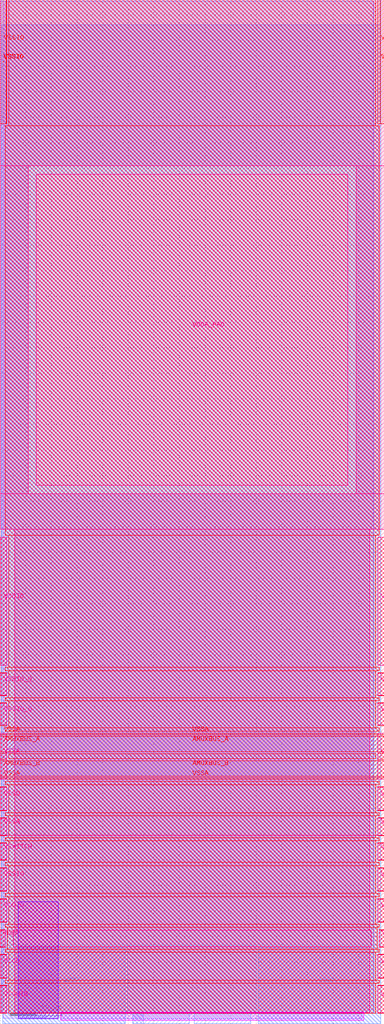
<source format=lef>
VERSION 5.7 ;
  NOWIREEXTENSIONATPIN ON ;
  DIVIDERCHAR "/" ;
  BUSBITCHARS "[]" ;
MACRO sky130_ef_io__vdda_hvc_clamped_pad
  CLASS PAD POWER ;
  FOREIGN sky130_ef_io__vdda_hvc_clamped_pad ;
  ORIGIN 0.000 0.000 ;
  SIZE 75.000 BY 197.965 ;
  PIN AMUXBUS_A
    DIRECTION INOUT ;
    USE SIGNAL ;
    PORT
      LAYER met4 ;
        RECT 0.000 51.090 75.000 54.070 ;
    END
    PORT
      LAYER met4 ;
        RECT 0.000 51.090 1.270 54.070 ;
    END
  END AMUXBUS_A
  PIN AMUXBUS_B
    DIRECTION INOUT ;
    USE SIGNAL ;
    PORT
      LAYER met4 ;
        RECT 0.000 46.330 75.000 49.310 ;
    END
    PORT
      LAYER met4 ;
        RECT 0.000 46.330 1.270 49.310 ;
    END
  END AMUXBUS_B
  PIN VDDA_PAD
    DIRECTION INOUT ;
    USE POWER ;
    PORT
      LAYER met5 ;
        RECT 7.050 103.085 67.890 163.910 ;
    END
  END VDDA_PAD
  PIN VSSA
    DIRECTION INOUT ;
    USE GROUND ;
    PORT
      LAYER met5 ;
        RECT 73.730 45.700 75.000 54.700 ;
    END
    PORT
      LAYER met5 ;
        RECT 73.730 34.805 75.000 38.050 ;
    END
    PORT
      LAYER met5 ;
        RECT 0.000 45.700 1.270 54.700 ;
    END
    PORT
      LAYER met5 ;
        RECT 0.000 34.805 1.270 38.050 ;
    END
    PORT
      LAYER met4 ;
        RECT 73.730 49.610 75.000 50.790 ;
    END
    PORT
      LAYER met4 ;
        RECT 0.000 54.370 75.000 54.700 ;
    END
    PORT
      LAYER met4 ;
        RECT 0.000 45.700 75.000 46.030 ;
    END
    PORT
      LAYER met4 ;
        RECT 73.730 34.700 75.000 38.150 ;
    END
    PORT
      LAYER met4 ;
        RECT 0.000 45.700 1.270 46.030 ;
    END
    PORT
      LAYER met4 ;
        RECT 0.000 49.610 1.270 50.790 ;
    END
    PORT
      LAYER met4 ;
        RECT 0.000 54.370 1.270 54.700 ;
    END
    PORT
      LAYER met4 ;
        RECT 0.000 34.700 1.270 38.150 ;
    END
  END VSSA
  PIN VDDA
    DIRECTION INOUT ;
    USE POWER ;
    PORT
      LAYER met3 ;
        RECT 50.390 -2.035 74.290 12.925 ;
    END
    PORT
      LAYER met3 ;
        RECT 0.495 -2.035 24.395 12.925 ;
    END
    PORT
      LAYER met5 ;
        RECT 74.035 13.000 75.000 16.250 ;
    END
    PORT
      LAYER met5 ;
        RECT 0.000 13.000 0.965 16.250 ;
    END
    PORT
      LAYER met4 ;
        RECT 74.035 12.900 75.000 16.350 ;
    END
    PORT
      LAYER met4 ;
        RECT 0.000 12.900 0.965 16.350 ;
    END
  END VDDA
  PIN VSWITCH
    DIRECTION INOUT ;
    USE POWER ;
    PORT
      LAYER met5 ;
        RECT 73.730 29.950 75.000 33.200 ;
    END
    PORT
      LAYER met5 ;
        RECT 0.000 29.950 1.270 33.200 ;
    END
    PORT
      LAYER met4 ;
        RECT 73.730 29.850 75.000 33.300 ;
    END
    PORT
      LAYER met4 ;
        RECT 0.000 29.850 1.270 33.300 ;
    END
  END VSWITCH
  PIN VDDIO_Q
    DIRECTION INOUT ;
    USE POWER ;
    PORT
      LAYER met5 ;
        RECT 73.730 62.150 75.000 66.400 ;
    END
    PORT
      LAYER met5 ;
        RECT 0.000 62.150 1.270 66.400 ;
    END
    PORT
      LAYER met4 ;
        RECT 73.730 62.050 75.000 66.500 ;
    END
    PORT
      LAYER met4 ;
        RECT 0.000 62.050 1.270 66.500 ;
    END
  END VDDIO_Q
  PIN VCCHIB
    DIRECTION INOUT ;
    USE POWER ;
    PORT
      LAYER met5 ;
        RECT 73.730 0.100 75.000 5.350 ;
    END
    PORT
      LAYER met5 ;
        RECT 0.000 0.100 1.270 5.350 ;
    END
    PORT
      LAYER met4 ;
        RECT 73.730 0.000 75.000 5.450 ;
    END
    PORT
      LAYER met4 ;
        RECT 0.000 0.000 1.270 5.450 ;
    END
  END VCCHIB
  PIN VDDIO
    DIRECTION INOUT ;
    USE POWER ;
    PORT
      LAYER met5 ;
        RECT 73.730 68.000 75.000 92.950 ;
    END
    PORT
      LAYER met5 ;
        RECT 73.730 17.850 75.000 22.300 ;
    END
    PORT
      LAYER met5 ;
        RECT 0.000 68.000 1.270 92.950 ;
    END
    PORT
      LAYER met5 ;
        RECT 0.000 17.850 1.270 22.300 ;
    END
    PORT
      LAYER met4 ;
        RECT 73.730 17.750 75.000 22.400 ;
    END
    PORT
      LAYER met4 ;
        RECT 73.730 68.000 75.000 92.965 ;
    END
    PORT
      LAYER met4 ;
        RECT 0.000 17.750 1.270 22.400 ;
    END
    PORT
      LAYER met4 ;
        RECT 0.000 68.000 1.270 92.965 ;
    END
  END VDDIO
  PIN VCCD
    DIRECTION INOUT ;
    USE POWER ;
    PORT
      LAYER met5 ;
        RECT 73.730 6.950 75.000 11.400 ;
    END
    PORT
      LAYER met5 ;
        RECT 0.000 6.950 1.270 11.400 ;
    END
    PORT
      LAYER met4 ;
        RECT 73.730 6.850 75.000 11.500 ;
    END
    PORT
      LAYER met4 ;
        RECT 0.000 6.850 1.270 11.500 ;
    END
  END VCCD
  PIN VSSIO
    DIRECTION INOUT ;
    USE GROUND ;
    PORT
      LAYER met4 ;
        RECT 74.225 173.750 75.000 197.965 ;
    END
    PORT
      LAYER met4 ;
        RECT 0.000 173.750 1.205 197.965 ;
    END
    PORT
      LAYER met4 ;
        RECT 0.630 189.565 0.640 189.575 ;
    END
    PORT
      LAYER met4 ;
        RECT 74.360 189.565 74.370 189.575 ;
    END
    PORT
      LAYER met5 ;
        RECT 73.730 23.900 75.000 28.350 ;
    END
    PORT
      LAYER met5 ;
        RECT 0.000 23.900 1.270 28.350 ;
    END
    PORT
      LAYER met4 ;
        RECT 73.730 23.800 75.000 28.450 ;
    END
    PORT
      LAYER met4 ;
        RECT 73.730 173.750 75.000 197.965 ;
    END
    PORT
      LAYER met4 ;
        RECT 0.000 173.750 1.270 197.965 ;
    END
    PORT
      LAYER met4 ;
        RECT 0.000 23.800 1.270 28.450 ;
    END
  END VSSIO
  PIN VSSD
    DIRECTION INOUT ;
    USE GROUND ;
    PORT
      LAYER met5 ;
        RECT 73.730 39.650 75.000 44.100 ;
    END
    PORT
      LAYER met5 ;
        RECT 0.000 39.650 1.270 44.100 ;
    END
    PORT
      LAYER met4 ;
        RECT 73.730 39.550 75.000 44.200 ;
    END
    PORT
      LAYER met4 ;
        RECT 0.000 39.550 1.270 44.200 ;
    END
  END VSSD
  PIN VSSIO_Q
    DIRECTION INOUT ;
    USE GROUND ;
    PORT
      LAYER met5 ;
        RECT 73.730 56.300 75.000 60.550 ;
    END
    PORT
      LAYER met5 ;
        RECT 0.000 56.300 1.270 60.550 ;
    END
    PORT
      LAYER met4 ;
        RECT 73.730 56.200 75.000 60.650 ;
    END
    PORT
      LAYER met4 ;
        RECT 0.000 56.200 1.270 60.650 ;
    END
  END VSSIO_Q
  OBS
      LAYER pwell ;
        RECT 3.495 -1.100 11.285 21.755 ;
      LAYER nwell ;
        RECT 11.860 -1.350 70.965 0.170 ;
      LAYER li1 ;
        RECT 0.610 0.000 72.855 197.660 ;
        RECT 0.610 -0.970 11.155 0.000 ;
        RECT 12.035 -0.115 13.045 0.000 ;
        RECT 69.730 -0.115 70.680 0.000 ;
        RECT 12.035 -1.065 70.680 -0.115 ;
      LAYER met1 ;
        RECT 0.185 0.000 72.915 197.690 ;
        RECT 3.625 -0.905 8.855 0.000 ;
        RECT 12.035 -0.115 13.350 0.000 ;
        POLYGON 13.350 0.000 13.465 -0.115 13.350 -0.115 ;
        POLYGON 69.540 0.000 69.540 -0.115 69.425 -0.115 ;
        RECT 69.540 -0.115 70.680 0.000 ;
        RECT 12.035 -1.065 70.680 -0.115 ;
      LAYER met2 ;
        RECT 0.265 0.000 74.290 193.040 ;
        RECT 0.495 -2.035 24.395 0.000 ;
        RECT 25.895 -2.035 27.895 -0.115 ;
        RECT 50.390 -2.035 74.290 0.000 ;
      LAYER met3 ;
        RECT 0.240 13.325 74.290 197.965 ;
        RECT 24.795 0.000 49.990 13.325 ;
        RECT 25.895 -2.035 36.895 0.000 ;
        RECT 37.890 -2.035 48.890 0.000 ;
      LAYER met4 ;
        RECT 1.670 173.350 73.330 197.965 ;
        RECT 0.965 93.365 74.035 173.350 ;
        RECT 1.670 67.600 73.330 93.365 ;
        RECT 0.965 66.900 74.035 67.600 ;
        RECT 1.670 61.650 73.330 66.900 ;
        RECT 0.965 61.050 74.035 61.650 ;
        RECT 1.670 55.800 73.330 61.050 ;
        RECT 0.965 55.100 74.035 55.800 ;
        RECT 1.670 49.710 73.330 50.690 ;
        RECT 0.965 44.600 74.035 45.300 ;
        RECT 1.670 39.150 73.330 44.600 ;
        RECT 0.965 38.550 74.035 39.150 ;
        RECT 1.670 34.300 73.330 38.550 ;
        RECT 0.965 33.700 74.035 34.300 ;
        RECT 1.670 29.450 73.330 33.700 ;
        RECT 0.965 28.850 74.035 29.450 ;
        RECT 1.670 23.400 73.330 28.850 ;
        RECT 0.965 22.800 74.035 23.400 ;
        RECT 1.670 17.350 73.330 22.800 ;
        RECT 0.965 16.750 74.035 17.350 ;
        RECT 1.365 12.500 73.635 16.750 ;
        RECT 0.965 11.900 74.035 12.500 ;
        RECT 1.670 6.450 73.330 11.900 ;
        RECT 0.965 5.850 74.035 6.450 ;
        RECT 1.670 0.000 73.330 5.850 ;
      LAYER met5 ;
        RECT 0.000 165.510 75.000 197.965 ;
        RECT 0.000 101.485 5.450 165.510 ;
        RECT 69.490 101.485 75.000 165.510 ;
        RECT 0.000 94.550 75.000 101.485 ;
        RECT 2.870 34.805 72.130 94.550 ;
        RECT 0.000 34.800 75.000 34.805 ;
        RECT 2.870 16.250 72.130 34.800 ;
        RECT 2.565 13.000 72.435 16.250 ;
        RECT 2.870 0.100 72.130 13.000 ;
  END
END sky130_ef_io__vdda_hvc_clamped_pad
END LIBRARY


</source>
